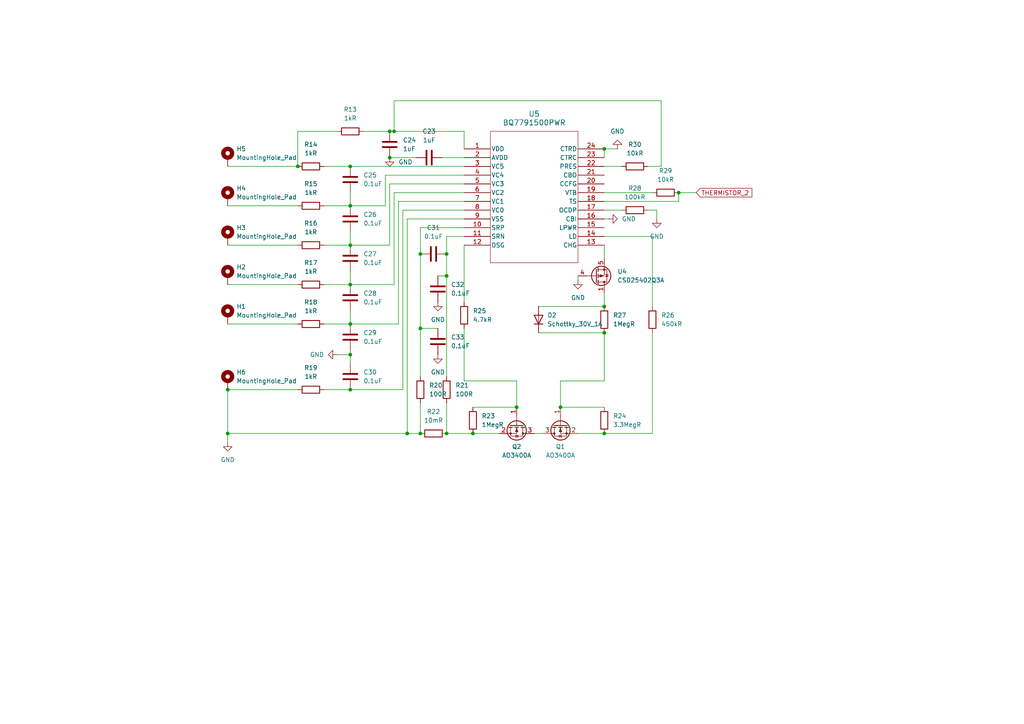
<source format=kicad_sch>
(kicad_sch (version 20250114) (generator "eeschema") (generator_version "9.0")
  (paper "A4")
  (title_block (date "2025-01-12") (rev "${REVISION}") (company "${COMPANY}"))
  (lib_symbols
    (symbol "Device:C" (pin_numbers (hide yes)) (pin_names (offset 0.254))
      (property "Reference" "C" (at 0.635 2.54 0))
      (property "Value" "C" (at 0.635 -2.54 0))
      (symbol "C_0_1"
        (polyline (pts (xy -2.032 0.762) (xy 2.032 0.762)) (stroke (width 0.508)))
        (polyline (pts (xy -2.032 -0.762) (xy 2.032 -0.762)) (stroke (width 0.508)))
      )
      (symbol "C_1_1"
        (pin passive line (at 0 3.81 270) (length 2.794) (name "~") (number "1"))
        (pin passive line (at 0 -3.81 90) (length 2.794) (name "~") (number "2"))
      )
    )
    (symbol "Device:R" (pin_numbers (hide yes)) (pin_names (offset 0))
      (property "Reference" "R" (at 2.032 0 90))
      (property "Value" "R" (at 0 0 90))
      (symbol "R_0_1"
        (rectangle (start -1.016 -2.54) (end 1.016 2.54) (stroke (width 0.254)))
      )
      (symbol "R_1_1"
        (pin passive line (at 0 3.81 270) (length 1.27) (name "~") (number "1"))
        (pin passive line (at 0 -3.81 90) (length 1.27) (name "~") (number "2"))
      )
    )
    (symbol "Mechanical:MountingHole_Pad" (pin_numbers (hide yes)) (pin_names (offset 1.016) (hide yes)) (in_bom no)
      (property "Reference" "H" (at 0 6.35 0))
      (property "Value" "MountingHole_Pad" (at 0 4.445 0))
      (symbol "MountingHole_Pad_0_1"
        (circle (center 0 1.27) (radius 1.27) (stroke (width 1.27)))
      )
      (symbol "MountingHole_Pad_1_1"
        (pin input line (at 0 -2.54 90) (length 2.54) (name "1") (number "1"))
      )
    )
    (symbol "Transistor_FET:AO3400A" (pin_names (offset 0) (hide yes))
      (property "Reference" "Q" (at 5.08 1.905 0))
      (property "Value" "AO3400A" (at 5.08 0 0))
      (symbol "AO3400A_0_1"
        (polyline (pts (xy 0.254 1.905) (xy 0.254 -1.905)) (stroke (width 0.254)))
        (polyline (pts (xy 0.254 0) (xy -2.54 0)))
        (polyline (pts (xy 0.762 2.286) (xy 0.762 1.27)) (stroke (width 0.254)))
        (polyline (pts (xy 0.762 0.508) (xy 0.762 -0.508)) (stroke (width 0.254)))
        (polyline (pts (xy 0.762 -1.27) (xy 0.762 -2.286)) (stroke (width 0.254)))
        (polyline (pts (xy 0.762 -1.778) (xy 3.302 -1.778) (xy 3.302 1.778) (xy 0.762 1.778)))
        (polyline (pts (xy 1.016 0) (xy 2.032 0.381) (xy 2.032 -0.381) (xy 1.016 0)) (fill (type outline)))
        (circle (center 1.651 0) (radius 2.794) (stroke (width 0.254)))
        (polyline (pts (xy 2.54 2.54) (xy 2.54 1.778)))
        (circle (center 2.54 1.778) (radius 0.254) (fill (type outline)))
        (circle (center 2.54 -1.778) (radius 0.254) (fill (type outline)))
        (polyline (pts (xy 2.54 -2.54) (xy 2.54 0) (xy 0.762 0)))
        (polyline (pts (xy 2.921 0.381) (xy 3.683 0.381)))
        (polyline (pts (xy 3.302 0.381) (xy 2.921 -0.254) (xy 3.683 -0.254) (xy 3.302 0.381)))
      )
      (symbol "AO3400A_1_1"
        (pin input line (at -5.08 0 0) (length 2.54) (name "G") (number "1"))
        (pin passive line (at 2.54 5.08 270) (length 2.54) (name "D") (number "3"))
        (pin passive line (at 2.54 -5.08 90) (length 2.54) (name "S") (number "2"))
      )
    )
    (symbol "Transistor_FET:CSD25402Q3A" (pin_names (hide yes))
      (property "Reference" "U" (at 5.715 1.905 0))
      (property "Value" "CSD25402Q3A" (at 11.811 -0.127 0))
      (symbol "CSD25402Q3A_0_1"
        (polyline (pts (xy 0.254 1.905) (xy 0.254 -1.905)) (stroke (width 0.254)))
        (polyline (pts (xy 0.254 0) (xy -2.54 0)))
        (polyline (pts (xy 0.762 2.286) (xy 0.762 1.27)) (stroke (width 0.254)))
        (polyline (pts (xy 0.762 1.778) (xy 3.302 1.778) (xy 3.302 -1.778) (xy 0.762 -1.778)))
        (polyline (pts (xy 0.762 0.508) (xy 0.762 -0.508)) (stroke (width 0.254)))
        (polyline (pts (xy 0.762 -1.27) (xy 0.762 -2.286)) (stroke (width 0.254)))
        (circle (center 1.651 0) (radius 2.794) (stroke (width 0.254)))
        (polyline (pts (xy 2.286 0) (xy 1.27 0.381) (xy 1.27 -0.381) (xy 2.286 0)) (fill (type outline)))
        (polyline (pts (xy 2.54 2.54) (xy 2.54 1.778)))
        (circle (center 2.54 1.778) (radius 0.254) (fill (type outline)))
        (circle (center 2.54 -1.778) (radius 0.254) (fill (type outline)))
        (polyline (pts (xy 2.54 -2.54) (xy 2.54 0) (xy 0.762 0)))
        (polyline (pts (xy 2.794 -0.508) (xy 2.921 -0.381) (xy 3.683 -0.381) (xy 3.81 -0.254)))
        (polyline (pts (xy 3.302 -0.381) (xy 2.921 0.254) (xy 3.683 0.254) (xy 3.302 -0.381)))
      )
      (symbol "CSD25402Q3A_1_1"
        (pin input line (at -5.08 0 0) (length 2.54) (name "G") (number "4"))
        (pin passive line (at 2.54 5.08 270) (length 2.54) (name "D") (number "1"))
        (pin passive line (at 2.54 5.08 270) (length 2.54) (hide yes) (name "D") (number "2"))
        (pin passive line (at 2.54 5.08 270) (length 2.54) (hide yes) (name "D") (number "3"))
        (pin passive line (at 2.54 -5.08 90) (length 2.54) (name "S") (number "5"))
      )
    )
    (symbol "power:GND" (power) (pin_numbers (hide yes)) (pin_names (offset 0) (hide yes))
      (property "Value" "GND" (at 0 -3.81 0))
      (symbol "GND_0_1"
        (polyline (pts (xy 0 0) (xy 0 -1.27) (xy 1.27 -1.27) (xy 0 -2.54) (xy -1.27 -1.27) (xy 0 -1.27)))
      )
      (symbol "GND_1_1"
        (pin power_in line (at 0 0 270) (length 0) (name "~") (number "1"))
      )
    )
    (symbol "solar_station:BQ7791500PWR" (pin_names (offset 0.254))
      (property "Reference" "U" (at 20.32 10.16 0))
      (property "Value" "BQ7791500PWR" (at 20.32 7.62 0))
      (symbol "BQ7791500PWR_0_1"
        (polyline (pts (xy 7.62 5.08) (xy 7.62 -33.02)) (stroke (width 0.127)))
        (polyline (pts (xy 7.62 -33.02) (xy 33.02 -33.02)) (stroke (width 0.127)))
        (polyline (pts (xy 33.02 5.08) (xy 7.62 5.08)) (stroke (width 0.127)))
        (polyline (pts (xy 33.02 -33.02) (xy 33.02 5.08)) (stroke (width 0.127)))
        (pin power_in line (at 0 0 0) (length 7.62) (name "VDD") (number "1"))
        (pin power_in line (at 0 -2.54 0) (length 7.62) (name "AVDD") (number "2"))
        (pin input line (at 0 -5.08 0) (length 7.62) (name "VC5") (number "3"))
        (pin input line (at 0 -7.62 0) (length 7.62) (name "VC4") (number "4"))
        (pin input line (at 0 -10.16 0) (length 7.62) (name "VC3") (number "5"))
        (pin input line (at 0 -12.7 0) (length 7.62) (name "VC2") (number "6"))
        (pin input line (at 0 -15.24 0) (length 7.62) (name "VC1") (number "7"))
        (pin input line (at 0 -17.78 0) (length 7.62) (name "VC0") (number "8"))
        (pin power_in line (at 0 -20.32 0) (length 7.62) (name "VSS") (number "9"))
        (pin input line (at 0 -22.86 0) (length 7.62) (name "SRP") (number "10"))
        (pin input line (at 0 -25.4 0) (length 7.62) (name "SRN") (number "11"))
        (pin output line (at 0 -27.94 0) (length 7.62) (name "DSG") (number "12"))
        (pin input line (at 40.64 0 180) (length 7.62) (name "CTRD") (number "24"))
        (pin input line (at 40.64 -2.54 180) (length 7.62) (name "CTRC") (number "23"))
        (pin input line (at 40.64 -5.08 180) (length 7.62) (name "PRES") (number "22"))
        (pin output line (at 40.64 -7.62 180) (length 7.62) (name "CBO") (number "21"))
        (pin input line (at 40.64 -10.16 180) (length 7.62) (name "CCFG") (number "20"))
        (pin output line (at 40.64 -12.7 180) (length 7.62) (name "VTB") (number "19"))
        (pin input line (at 40.64 -15.24 180) (length 7.62) (name "TS") (number "18"))
        (pin input line (at 40.64 -17.78 180) (length 7.62) (name "OCDP") (number "17"))
        (pin input line (at 40.64 -20.32 180) (length 7.62) (name "CBI") (number "16"))
        (pin output line (at 40.64 -22.86 180) (length 7.62) (name "LPWR") (number "15"))
        (pin input line (at 40.64 -25.4 180) (length 7.62) (name "LD") (number "14"))
        (pin output line (at 40.64 -27.94 180) (length 7.62) (name "CHG") (number "13"))
      )
    )
    (symbol "solar_station:Schottky_30V_1A" (pin_numbers (hide yes)) (pin_names (hide yes))
      (property "Reference" "D" (at 0 2.54 0))
      (property "Value" "Schottky_30V_1A" (at 0 -2.54 0))
      (symbol "Schottky_30V_1A_0_1"
        (polyline (pts (xy -1.27 1.27) (xy -1.27 -1.27)) (stroke (width 0.254)))
        (polyline (pts (xy 1.27 1.27) (xy 1.27 -1.27) (xy -1.27 0) (xy 1.27 1.27)) (stroke (width 0.254)))
        (polyline (pts (xy 1.27 0) (xy -1.27 0)))
      )
      (symbol "Schottky_30V_1A_1_1"
        (pin passive line (at -3.81 0 0) (length 2.54) (name "K") (number "1"))
        (pin passive line (at 3.81 0 180) (length 2.54) (name "A") (number "2"))
      )
    )
  )
  (junction (at 129.54 125.73))
  (junction (at 101.6 113.03))
  (junction (at 101.6 82.55))
  (junction (at 101.6 71.12))
  (junction (at 114.3 38.1))
  (junction (at 162.56 118.11))
  (junction (at 66.04 113.03))
  (junction (at 66.04 125.73))
  (junction (at 137.16 125.73))
  (junction (at 101.6 59.69))
  (junction (at 86.36 48.26))
  (junction (at 129.54 80.01))
  (junction (at 101.6 48.26))
  (junction (at 101.6 93.98))
  (junction (at 149.86 118.11))
  (junction (at 118.11 125.73))
  (junction (at 113.03 38.1))
  (junction (at 121.92 95.25))
  (junction (at 175.26 125.73))
  (junction (at 113.03 45.72))
  (junction (at 175.26 88.9))
  (junction (at 101.6 102.87))
  (junction (at 175.26 96.52))
  (junction (at 175.26 43.18))
  (junction (at 196.85 55.88))
  (junction (at 121.92 125.73))
  (junction (at 121.92 73.66))
  (junction (at 129.54 73.66))
  (wire (pts (xy 190.5 60.96) (xy 190.5 63.5)))
  (wire (pts (xy 101.6 78.74) (xy 101.6 82.55)))
  (wire (pts (xy 189.23 125.73) (xy 175.26 125.73)))
  (wire (pts (xy 156.21 88.9) (xy 175.26 88.9)))
  (wire (pts (xy 101.6 55.88) (xy 101.6 59.69)))
  (wire (pts (xy 114.3 55.88) (xy 114.3 82.55)))
  (wire (pts (xy 113.03 45.72) (xy 120.65 45.72)))
  (wire (pts (xy 113.03 38.1) (xy 114.3 38.1)))
  (wire (pts (xy 175.26 60.96) (xy 180.34 60.96)))
  (wire (pts (xy 189.23 96.52) (xy 189.23 125.73)))
  (wire (pts (xy 134.62 43.18) (xy 134.62 38.1)))
  (wire (pts (xy 167.64 125.73) (xy 175.26 125.73)))
  (wire (pts (xy 175.26 85.09) (xy 175.26 88.9)))
  (wire (pts (xy 86.36 38.1) (xy 86.36 48.26)))
  (wire (pts (xy 129.54 80.01) (xy 129.54 73.66)))
  (wire (pts (xy 175.26 43.18) (xy 179.07 43.18)))
  (wire (pts (xy 121.92 95.25) (xy 121.92 109.22)))
  (wire (pts (xy 175.26 48.26) (xy 180.34 48.26)))
  (wire (pts (xy 128.27 45.72) (xy 134.62 45.72)))
  (wire (pts (xy 101.6 102.87) (xy 101.6 105.41)))
  (wire (pts (xy 116.84 113.03) (xy 101.6 113.03)))
  (wire (pts (xy 154.94 125.73) (xy 157.48 125.73)))
  (wire (pts (xy 93.98 71.12) (xy 101.6 71.12)))
  (wire (pts (xy 134.62 68.58) (xy 129.54 68.58)))
  (wire (pts (xy 66.04 48.26) (xy 86.36 48.26)))
  (wire (pts (xy 111.76 50.8) (xy 111.76 59.69)))
  (wire (pts (xy 66.04 71.12) (xy 86.36 71.12)))
  (wire (pts (xy 127 80.01) (xy 129.54 80.01)))
  (wire (pts (xy 176.53 63.5) (xy 175.26 63.5)))
  (wire (pts (xy 115.57 58.42) (xy 115.57 93.98)))
  (wire (pts (xy 134.62 95.25) (xy 134.62 110.49)))
  (wire (pts (xy 196.85 55.88) (xy 201.93 55.88)))
  (wire (pts (xy 101.6 101.6) (xy 101.6 102.87)))
  (wire (pts (xy 191.77 48.26) (xy 191.77 29.21)))
  (wire (pts (xy 167.64 80.01) (xy 167.64 81.28)))
  (wire (pts (xy 137.16 118.11) (xy 149.86 118.11)))
  (wire (pts (xy 134.62 71.12) (xy 134.62 87.63)))
  (wire (pts (xy 114.3 38.1) (xy 134.62 38.1)))
  (wire (pts (xy 66.04 113.03) (xy 66.04 125.73)))
  (wire (pts (xy 127 95.25) (xy 121.92 95.25)))
  (wire (pts (xy 129.54 80.01) (xy 129.54 109.22)))
  (wire (pts (xy 149.86 110.49) (xy 149.86 118.11)))
  (wire (pts (xy 93.98 93.98) (xy 101.6 93.98)))
  (wire (pts (xy 114.3 29.21) (xy 114.3 38.1)))
  (wire (pts (xy 121.92 95.25) (xy 121.92 73.66)))
  (wire (pts (xy 121.92 116.84) (xy 121.92 125.73)))
  (wire (pts (xy 101.6 67.31) (xy 101.6 71.12)))
  (wire (pts (xy 189.23 68.58) (xy 189.23 88.9)))
  (wire (pts (xy 175.26 43.18) (xy 175.26 45.72)))
  (wire (pts (xy 129.54 125.73) (xy 137.16 125.73)))
  (wire (pts (xy 93.98 48.26) (xy 101.6 48.26)))
  (wire (pts (xy 97.79 38.1) (xy 86.36 38.1)))
  (wire (pts (xy 134.62 66.04) (xy 121.92 66.04)))
  (wire (pts (xy 118.11 63.5) (xy 118.11 125.73)))
  (wire (pts (xy 115.57 93.98) (xy 101.6 93.98)))
  (wire (pts (xy 175.26 68.58) (xy 189.23 68.58)))
  (wire (pts (xy 105.41 38.1) (xy 113.03 38.1)))
  (wire (pts (xy 66.04 128.27) (xy 66.04 125.73)))
  (wire (pts (xy 66.04 59.69) (xy 86.36 59.69)))
  (wire (pts (xy 129.54 68.58) (xy 129.54 73.66)))
  (wire (pts (xy 156.21 96.52) (xy 175.26 96.52)))
  (wire (pts (xy 101.6 48.26) (xy 134.62 48.26)))
  (wire (pts (xy 134.62 50.8) (xy 111.76 50.8)))
  (wire (pts (xy 134.62 110.49) (xy 149.86 110.49)))
  (wire (pts (xy 113.03 71.12) (xy 101.6 71.12)))
  (wire (pts (xy 111.76 59.69) (xy 101.6 59.69)))
  (wire (pts (xy 129.54 116.84) (xy 129.54 125.73)))
  (wire (pts (xy 114.3 82.55) (xy 101.6 82.55)))
  (wire (pts (xy 175.26 96.52) (xy 175.26 110.49)))
  (wire (pts (xy 175.26 110.49) (xy 162.56 110.49)))
  (wire (pts (xy 93.98 82.55) (xy 101.6 82.55)))
  (wire (pts (xy 162.56 110.49) (xy 162.56 118.11)))
  (wire (pts (xy 116.84 60.96) (xy 116.84 113.03)))
  (wire (pts (xy 134.62 58.42) (xy 115.57 58.42)))
  (wire (pts (xy 97.79 102.87) (xy 101.6 102.87)))
  (wire (pts (xy 66.04 113.03) (xy 86.36 113.03)))
  (wire (pts (xy 175.26 71.12) (xy 175.26 74.93)))
  (wire (pts (xy 162.56 118.11) (xy 175.26 118.11)))
  (wire (pts (xy 196.85 55.88) (xy 196.85 58.42)))
  (wire (pts (xy 101.6 90.17) (xy 101.6 93.98)))
  (wire (pts (xy 187.96 60.96) (xy 190.5 60.96)))
  (wire (pts (xy 113.03 53.34) (xy 113.03 71.12)))
  (wire (pts (xy 134.62 53.34) (xy 113.03 53.34)))
  (wire (pts (xy 93.98 113.03) (xy 101.6 113.03)))
  (wire (pts (xy 175.26 55.88) (xy 189.23 55.88)))
  (wire (pts (xy 134.62 63.5) (xy 118.11 63.5)))
  (wire (pts (xy 121.92 66.04) (xy 121.92 73.66)))
  (wire (pts (xy 175.26 58.42) (xy 196.85 58.42)))
  (wire (pts (xy 137.16 125.73) (xy 144.78 125.73)))
  (wire (pts (xy 134.62 55.88) (xy 114.3 55.88)))
  (wire (pts (xy 191.77 29.21) (xy 114.3 29.21)))
  (wire (pts (xy 66.04 93.98) (xy 86.36 93.98)))
  (wire (pts (xy 134.62 60.96) (xy 116.84 60.96)))
  (wire (pts (xy 93.98 59.69) (xy 101.6 59.69)))
  (wire (pts (xy 187.96 48.26) (xy 191.77 48.26)))
  (wire (pts (xy 118.11 125.73) (xy 121.92 125.73)))
  (wire (pts (xy 66.04 82.55) (xy 86.36 82.55)))
  (wire (pts (xy 118.11 125.73) (xy 66.04 125.73)))
  (global_label "THERMISTOR_2" (shape input) (at 201.93 55.88 0) (property "Intersheetrefs" "${INTERSHEET_REFS}" (effects (hide yes))))
  (symbol (lib_id "Device:R") (at 129.54 113.03 180) (unit 1)
    (property "Reference" "R21" (at 132.08 111.7599 0) (effects (justify right)))
    (property "Value" "100R" (at 132.08 114.2999 0) (effects (justify right)))
    (property "Footprint" "Resistor_SMD:R_0402_1005Metric" (effects (hide yes)))
    (property "Description" "Resistor" (effects (hide yes)))
    (property "MPN" "TBD" (effects (hide yes)))
  )
  (symbol (lib_id "Device:R") (at 121.92 113.03 180) (unit 1)
    (property "Reference" "R20" (at 124.46 111.7599 0) (effects (justify right)))
    (property "Value" "100R" (at 124.46 114.2999 0) (effects (justify right)))
    (property "Footprint" "Resistor_SMD:R_0402_1005Metric" (effects (hide yes)))
    (property "Description" "Resistor" (effects (hide yes)))
    (property "MPN" "TBD" (effects (hide yes)))
  )
  (symbol (lib_id "Mechanical:MountingHole_Pad") (at 66.04 57.15 0) (unit 1) (in_bom no)
    (property "Reference" "H4" (at 68.58 54.6099 0) (effects (justify left)))
    (property "Value" "MountingHole_Pad" (at 68.58 57.1499 0) (effects (justify left)))
    (property "Description" "Mounting Hole with connection" (effects (hide yes)))
  )
  (symbol (lib_id "power:GND") (at 97.79 102.87 270) (unit 1)
    (property "Reference" "#PWR034" (effects (hide yes)))
    (property "Value" "GND" (at 93.98 102.8699 90) (effects (justify right)))
    (property "Description" "Power symbol creates a global label with name \"GND\" , ground" (effects (hide yes)))
  )
  (symbol (lib_id "solar_station:BQ7791500PWR") (at 134.62 43.18 0) (unit 1)
    (property "Reference" "U5" (at 154.94 33.02 0) (effects (font (size 1.524 1.524))))
    (property "Value" "BQ7791500PWR" (at 154.94 35.56 0) (effects (font (size 1.524 1.524))))
    (property "Footprint" "solar_station:PW24_TEX" (effects (hide yes)))
    (property "Datasheet" "https://www.ti.com/lit/gpn/bq77915" (effects (hide yes)))
    (property "MPN" "TBD" (effects (hide yes)))
  )
  (symbol (lib_id "Device:R") (at 175.26 121.92 180) (unit 1)
    (property "Reference" "R24" (at 177.8 120.6499 0) (effects (justify right)))
    (property "Value" "3.3MegR" (at 177.8 123.1899 0) (effects (justify right)))
    (property "Footprint" "Resistor_SMD:R_0402_1005Metric" (effects (hide yes)))
    (property "Description" "Resistor" (effects (hide yes)))
    (property "MPN" "TBD" (effects (hide yes)))
  )
  (symbol (lib_id "Device:R") (at 90.17 59.69 90) (unit 1)
    (property "Reference" "R15" (at 90.17 53.34 90))
    (property "Value" "1kR" (at 90.17 55.88 90))
    (property "Footprint" "Resistor_SMD:R_0402_1005Metric" (effects (hide yes)))
    (property "Description" "Resistor" (effects (hide yes)))
    (property "MPN" "TBD" (effects (hide yes)))
  )
  (symbol (lib_id "Mechanical:MountingHole_Pad") (at 66.04 110.49 0) (unit 1) (in_bom no)
    (property "Reference" "H6" (at 68.58 107.9499 0) (effects (justify left)))
    (property "Value" "MountingHole_Pad" (at 68.58 110.4899 0) (effects (justify left)))
    (property "Description" "Mounting Hole with connection" (effects (hide yes)))
  )
  (symbol (lib_id "Device:C") (at 101.6 63.5 180) (unit 1)
    (property "Reference" "C26" (at 105.41 62.2299 0) (effects (justify right)))
    (property "Value" "0.1uF" (at 105.41 64.7699 0) (effects (justify right)))
    (property "Footprint" "Capacitor_SMD:C_0603_1608Metric" (effects (hide yes)))
    (property "Description" "Unpolarized capacitor" (effects (hide yes)))
    (property "MPN" "TBD" (effects (hide yes)))
  )
  (symbol (lib_id "Device:C") (at 101.6 74.93 180) (unit 1)
    (property "Reference" "C27" (at 105.41 73.6599 0) (effects (justify right)))
    (property "Value" "0.1uF" (at 105.41 76.1999 0) (effects (justify right)))
    (property "Footprint" "Capacitor_SMD:C_0603_1608Metric" (effects (hide yes)))
    (property "Description" "Unpolarized capacitor" (effects (hide yes)))
    (property "MPN" "TBD" (effects (hide yes)))
  )
  (symbol (lib_id "Mechanical:MountingHole_Pad") (at 66.04 80.01 0) (unit 1) (in_bom no)
    (property "Reference" "H2" (at 68.58 77.4699 0) (effects (justify left)))
    (property "Value" "MountingHole_Pad" (at 68.58 80.0099 0) (effects (justify left)))
    (property "Description" "Mounting Hole with connection" (effects (hide yes)))
  )
  (symbol (lib_id "power:GND") (at 190.5 63.5 0) (unit 1)
    (property "Reference" "#PWR040" (effects (hide yes)))
    (property "Value" "GND" (at 190.5 68.58 0))
    (property "Description" "Power symbol creates a global label with name \"GND\" , ground" (effects (hide yes)))
  )
  (symbol (lib_id "Device:R") (at 184.15 48.26 270) (unit 1)
    (property "Reference" "R30" (at 184.15 41.91 90))
    (property "Value" "10kR" (at 184.15 44.45 90))
    (property "Footprint" "Resistor_SMD:R_0402_1005Metric" (effects (hide yes)))
    (property "Description" "Resistor" (effects (hide yes)))
    (property "MPN" "TBD" (effects (hide yes)))
  )
  (symbol (lib_id "Device:C") (at 101.6 97.79 180) (unit 1)
    (property "Reference" "C29" (at 105.41 96.5199 0) (effects (justify right)))
    (property "Value" "0.1uF" (at 105.41 99.0599 0) (effects (justify right)))
    (property "Footprint" "Capacitor_SMD:C_0603_1608Metric" (effects (hide yes)))
    (property "Description" "Unpolarized capacitor" (effects (hide yes)))
    (property "MPN" "TBD" (effects (hide yes)))
  )
  (symbol (lib_id "Device:R") (at 189.23 92.71 180) (unit 1)
    (property "Reference" "R26" (at 191.77 91.4399 0) (effects (justify right)))
    (property "Value" "450kR" (at 191.77 93.9799 0) (effects (justify right)))
    (property "Footprint" "Resistor_SMD:R_0402_1005Metric" (effects (hide yes)))
    (property "Description" "Resistor" (effects (hide yes)))
    (property "MPN" "TBD" (effects (hide yes)))
  )
  (symbol (lib_id "Device:C") (at 127 83.82 0) (unit 1)
    (property "Reference" "C32" (at 130.81 82.5499 0) (effects (justify left)))
    (property "Value" "0.1uF" (at 130.81 85.0899 0) (effects (justify left)))
    (property "Footprint" "Capacitor_SMD:C_0603_1608Metric" (effects (hide yes)))
    (property "Description" "Unpolarized capacitor" (effects (hide yes)))
    (property "MPN" "TBD" (effects (hide yes)))
  )
  (symbol (lib_id "Mechanical:MountingHole_Pad") (at 66.04 68.58 0) (unit 1) (in_bom no)
    (property "Reference" "H3" (at 68.58 66.0399 0) (effects (justify left)))
    (property "Value" "MountingHole_Pad" (at 68.58 68.5799 0) (effects (justify left)))
    (property "Description" "Mounting Hole with connection" (effects (hide yes)))
  )
  (symbol (lib_id "Device:C") (at 101.6 109.22 180) (unit 1)
    (property "Reference" "C30" (at 105.41 107.9499 0) (effects (justify right)))
    (property "Value" "0.1uF" (at 105.41 110.4899 0) (effects (justify right)))
    (property "Footprint" "Capacitor_SMD:C_0603_1608Metric" (effects (hide yes)))
    (property "Description" "Unpolarized capacitor" (effects (hide yes)))
    (property "MPN" "TBD" (effects (hide yes)))
  )
  (symbol (lib_id "Device:C") (at 113.03 41.91 180) (unit 1)
    (property "Reference" "C24" (at 116.84 40.6399 0) (effects (justify right)))
    (property "Value" "1uF" (at 116.84 43.1799 0) (effects (justify right)))
    (property "Footprint" "Capacitor_SMD:C_0603_1608Metric" (effects (hide yes)))
    (property "Description" "Unpolarized capacitor" (effects (hide yes)))
    (property "MPN" "TBD" (effects (hide yes)))
  )
  (symbol (lib_id "power:GND") (at 176.53 63.5 90) (unit 1)
    (property "Reference" "#PWR039" (effects (hide yes)))
    (property "Value" "GND" (at 180.34 63.4999 90) (effects (justify right)))
    (property "Description" "Power symbol creates a global label with name \"GND\" , ground" (effects (hide yes)))
  )
  (symbol (lib_id "Mechanical:MountingHole_Pad") (at 66.04 45.72 0) (unit 1) (in_bom no)
    (property "Reference" "H5" (at 68.58 43.1799 0) (effects (justify left)))
    (property "Value" "MountingHole_Pad" (at 68.58 45.7199 0) (effects (justify left)))
    (property "Description" "Mounting Hole with connection" (effects (hide yes)))
  )
  (symbol (lib_id "Device:R") (at 90.17 48.26 90) (unit 1)
    (property "Reference" "R14" (at 90.17 41.91 90))
    (property "Value" "1kR" (at 90.17 44.45 90))
    (property "Footprint" "Resistor_SMD:R_0402_1005Metric" (effects (hide yes)))
    (property "Description" "Resistor" (effects (hide yes)))
    (property "MPN" "TBD" (effects (hide yes)))
  )
  (symbol (lib_id "Device:C") (at 127 99.06 0) (unit 1)
    (property "Reference" "C33" (at 130.81 97.7899 0) (effects (justify left)))
    (property "Value" "0.1uF" (at 130.81 100.3299 0) (effects (justify left)))
    (property "Footprint" "Capacitor_SMD:C_0603_1608Metric" (effects (hide yes)))
    (property "Description" "Unpolarized capacitor" (effects (hide yes)))
    (property "MPN" "TBD" (effects (hide yes)))
  )
  (symbol (lib_id "Device:C") (at 101.6 52.07 180) (unit 1)
    (property "Reference" "C25" (at 105.41 50.7999 0) (effects (justify right)))
    (property "Value" "0.1uF" (at 105.41 53.3399 0) (effects (justify right)))
    (property "Footprint" "Capacitor_SMD:C_0603_1608Metric" (effects (hide yes)))
    (property "Description" "Unpolarized capacitor" (effects (hide yes)))
    (property "MPN" "TBD" (effects (hide yes)))
  )
  (symbol (lib_id "Device:R") (at 101.6 38.1 90) (unit 1)
    (property "Reference" "R13" (at 101.6 31.75 90))
    (property "Value" "1kR" (at 101.6 34.29 90))
    (property "Footprint" "Resistor_SMD:R_0402_1005Metric" (effects (hide yes)))
    (property "Description" "Resistor" (effects (hide yes)))
    (property "MPN" "TBD" (effects (hide yes)))
  )
  (symbol (lib_id "Device:R") (at 193.04 55.88 270) (unit 1)
    (property "Reference" "R29" (at 193.04 49.53 90))
    (property "Value" "10kR" (at 193.04 52.07 90))
    (property "Footprint" "Resistor_SMD:R_0402_1005Metric" (effects (hide yes)))
    (property "Description" "Resistor" (effects (hide yes)))
    (property "MPN" "TBD" (effects (hide yes)))
  )
  (symbol (lib_id "Device:C") (at 124.46 45.72 90) (unit 1)
    (property "Reference" "C23" (at 124.46 38.1 90))
    (property "Value" "1uF" (at 124.46 40.64 90))
    (property "Footprint" "Capacitor_SMD:C_0603_1608Metric" (effects (hide yes)))
    (property "Description" "Unpolarized capacitor" (effects (hide yes)))
    (property "MPN" "TBD" (effects (hide yes)))
  )
  (symbol (lib_id "power:GND") (at 113.03 45.72 0) (unit 1)
    (property "Reference" "#PWR033" (effects (hide yes)))
    (property "Value" "GND" (at 115.57 46.9899 0) (effects (justify left)))
    (property "Description" "Power symbol creates a global label with name \"GND\" , ground" (effects (hide yes)))
  )
  (symbol (lib_id "power:GND") (at 127 102.87 0) (unit 1)
    (property "Reference" "#PWR037" (effects (hide yes)))
    (property "Value" "GND" (at 127 107.95 0))
    (property "Description" "Power symbol creates a global label with name \"GND\" , ground" (effects (hide yes)))
  )
  (symbol (lib_id "Device:R") (at 90.17 93.98 90) (unit 1)
    (property "Reference" "R18" (at 90.17 87.63 90))
    (property "Value" "1kR" (at 90.17 90.17 90))
    (property "Footprint" "Resistor_SMD:R_0402_1005Metric" (effects (hide yes)))
    (property "Description" "Resistor" (effects (hide yes)))
    (property "MPN" "TBD" (effects (hide yes)))
  )
  (symbol (lib_id "Device:R") (at 125.73 125.73 90) (unit 1)
    (property "Reference" "R22" (at 125.73 119.38 90))
    (property "Value" "10mR" (at 125.73 121.92 90))
    (property "Footprint" "Resistor_SMD:R_0805_2012Metric" (effects (hide yes)))
    (property "Description" "Resistor" (effects (hide yes)))
    (property "MPN" "TBD" (effects (hide yes)))
  )
  (symbol (lib_id "power:GND") (at 179.07 43.18 180) (unit 1)
    (property "Reference" "#PWR043" (effects (hide yes)))
    (property "Value" "GND" (at 179.07 38.1 0))
    (property "Description" "Power symbol creates a global label with name \"GND\" , ground" (effects (hide yes)))
  )
  (symbol (lib_id "Transistor_FET:CSD25402Q3A") (at 172.72 80.01 0) (mirror x) (unit 1)
    (property "Reference" "U4" (at 179.07 78.7399 0) (effects (justify left)))
    (property "Value" "CSD25402Q3A" (at 179.07 81.2799 0) (effects (justify left)))
    (property "Footprint" "Package_SON:VSON-8_3.3x3.3mm_P0.65mm_NexFET" (effects (hide yes)))
    (property "Datasheet" "https://www.ti.com/lit/ds/symlink/csd25402q3a.pdf" (effects (hide yes)))
    (property "Description" "-76A Id, -20V Vds, NexFET P-Channel Power MOSFET, 7.7mOhm Ron, Qg (typ) 7.5 nC, VSON-8 3.3x3.3mm" (effects (hide yes)))
  )
  (symbol (lib_id "Transistor_FET:AO3400A") (at 162.56 123.19 90) (mirror x) (unit 1)
    (property "Reference" "Q1" (at 162.56 129.54 90))
    (property "Value" "AO3400A" (at 162.56 132.08 90))
    (property "Footprint" "Package_TO_SOT_SMD:SOT-23" (effects (hide yes)))
    (property "Datasheet" "http://www.aosmd.com/pdfs/datasheet/AO3400A.pdf" (effects (hide yes)))
    (property "Description" "30V Vds, 5.7A Id, N-Channel MOSFET, SOT-23" (effects (hide yes)))
  )
  (symbol (lib_id "Mechanical:MountingHole_Pad") (at 66.04 91.44 0) (unit 1) (in_bom no)
    (property "Reference" "H1" (at 68.58 88.8999 0) (effects (justify left)))
    (property "Value" "MountingHole_Pad" (at 68.58 91.4399 0) (effects (justify left)))
    (property "Footprint" "MountingHole:MountingHole_2.2mm_M2_DIN965_Pad_TopBottom" (effects (hide yes)))
    (property "Description" "Mounting Hole with connection" (effects (hide yes)))
  )
  (symbol (lib_id "Device:C") (at 101.6 86.36 180) (unit 1)
    (property "Reference" "C28" (at 105.41 85.0899 0) (effects (justify right)))
    (property "Value" "0.1uF" (at 105.41 87.6299 0) (effects (justify right)))
    (property "Footprint" "Capacitor_SMD:C_0603_1608Metric" (effects (hide yes)))
    (property "Description" "Unpolarized capacitor" (effects (hide yes)))
    (property "MPN" "TBD" (effects (hide yes)))
  )
  (symbol (lib_id "Device:R") (at 175.26 92.71 180) (unit 1)
    (property "Reference" "R27" (at 177.8 91.4399 0) (effects (justify right)))
    (property "Value" "1MegR" (at 177.8 93.9799 0) (effects (justify right)))
    (property "Footprint" "Resistor_SMD:R_0402_1005Metric" (effects (hide yes)))
    (property "Description" "Resistor" (effects (hide yes)))
    (property "MPN" "TBD" (effects (hide yes)))
  )
  (symbol (lib_id "solar_station:Schottky_30V_1A") (at 156.21 92.71 90) (unit 1)
    (property "Reference" "D2" (at 158.75 91.4399 90) (effects (justify right)))
    (property "Value" "Schottky_30V_1A" (at 158.75 93.9799 90) (effects (justify right)))
    (property "Footprint" "solar_station:DIO_RB02_ROM" (effects (hide yes)))
    (property "Description" "DIODE SCHOTTKY 30V 1A TUMD2M" (effects (hide yes)))
    (property "MPN" "RSX101VYM30FHTR" (effects (hide yes)))
  )
  (symbol (lib_id "Device:C") (at 125.73 73.66 270) (unit 1)
    (property "Reference" "C31" (at 125.73 66.04 90))
    (property "Value" "0.1uF" (at 125.73 68.58 90))
    (property "Footprint" "Capacitor_SMD:C_0603_1608Metric" (effects (hide yes)))
    (property "Description" "Unpolarized capacitor" (effects (hide yes)))
    (property "MPN" "TBD" (effects (hide yes)))
  )
  (symbol (lib_id "Device:R") (at 184.15 60.96 270) (unit 1)
    (property "Reference" "R28" (at 184.15 54.61 90))
    (property "Value" "100kR" (at 184.15 57.15 90))
    (property "Footprint" "Resistor_SMD:R_0402_1005Metric" (effects (hide yes)))
    (property "Description" "Resistor" (effects (hide yes)))
    (property "MPN" "TBD" (effects (hide yes)))
  )
  (symbol (lib_id "Device:R") (at 90.17 71.12 90) (unit 1)
    (property "Reference" "R16" (at 90.17 64.77 90))
    (property "Value" "1kR" (at 90.17 67.31 90))
    (property "Footprint" "Resistor_SMD:R_0402_1005Metric" (effects (hide yes)))
    (property "Description" "Resistor" (effects (hide yes)))
    (property "MPN" "TBD" (effects (hide yes)))
  )
  (symbol (lib_id "Device:R") (at 137.16 121.92 180) (unit 1)
    (property "Reference" "R23" (at 139.7 120.6499 0) (effects (justify right)))
    (property "Value" "1MegR" (at 139.7 123.1899 0) (effects (justify right)))
    (property "Footprint" "Resistor_SMD:R_0402_1005Metric" (effects (hide yes)))
    (property "Description" "Resistor" (effects (hide yes)))
    (property "MPN" "TBD" (effects (hide yes)))
  )
  (symbol (lib_id "Device:R") (at 90.17 113.03 90) (unit 1)
    (property "Reference" "R19" (at 90.17 106.68 90))
    (property "Value" "1kR" (at 90.17 109.22 90))
    (property "Footprint" "Resistor_SMD:R_0402_1005Metric" (effects (hide yes)))
    (property "Description" "Resistor" (effects (hide yes)))
    (property "MPN" "TBD" (effects (hide yes)))
  )
  (symbol (lib_id "power:GND") (at 127 87.63 0) (unit 1)
    (property "Reference" "#PWR036" (effects (hide yes)))
    (property "Value" "GND" (at 127 92.71 0))
    (property "Description" "Power symbol creates a global label with name \"GND\" , ground" (effects (hide yes)))
  )
  (symbol (lib_id "Transistor_FET:AO3400A") (at 149.86 123.19 270) (unit 1)
    (property "Reference" "Q2" (at 149.86 129.54 90))
    (property "Value" "AO3400A" (at 149.86 132.08 90))
    (property "Footprint" "Package_TO_SOT_SMD:SOT-23" (effects (hide yes)))
    (property "Datasheet" "http://www.aosmd.com/pdfs/datasheet/AO3400A.pdf" (effects (hide yes)))
    (property "Description" "30V Vds, 5.7A Id, N-Channel MOSFET, SOT-23" (effects (hide yes)))
  )
  (symbol (lib_id "power:GND") (at 66.04 128.27 0) (unit 1)
    (property "Reference" "#PWR035" (effects (hide yes)))
    (property "Value" "GND" (at 66.04 133.35 0))
    (property "Description" "Power symbol creates a global label with name \"GND\" , ground" (effects (hide yes)))
  )
  (symbol (lib_id "Device:R") (at 134.62 91.44 180) (unit 1)
    (property "Reference" "R25" (at 137.16 90.1699 0) (effects (justify right)))
    (property "Value" "4.7kR" (at 137.16 92.7099 0) (effects (justify right)))
    (property "Footprint" "Resistor_SMD:R_0402_1005Metric" (effects (hide yes)))
    (property "Description" "Resistor" (effects (hide yes)))
    (property "MPN" "TBD" (effects (hide yes)))
  )
  (symbol (lib_id "power:GND") (at 167.64 81.28 0) (unit 1)
    (property "Reference" "#PWR038" (effects (hide yes)))
    (property "Value" "GND" (at 167.64 86.36 0))
    (property "Description" "Power symbol creates a global label with name \"GND\" , ground" (effects (hide yes)))
  )
  (symbol (lib_id "Device:R") (at 90.17 82.55 90) (unit 1)
    (property "Reference" "R17" (at 90.17 76.2 90))
    (property "Value" "1kR" (at 90.17 78.74 90))
    (property "Footprint" "Resistor_SMD:R_0402_1005Metric" (effects (hide yes)))
    (property "Description" "Resistor" (effects (hide yes)))
    (property "MPN" "TBD" (effects (hide yes)))
  )
)
</source>
